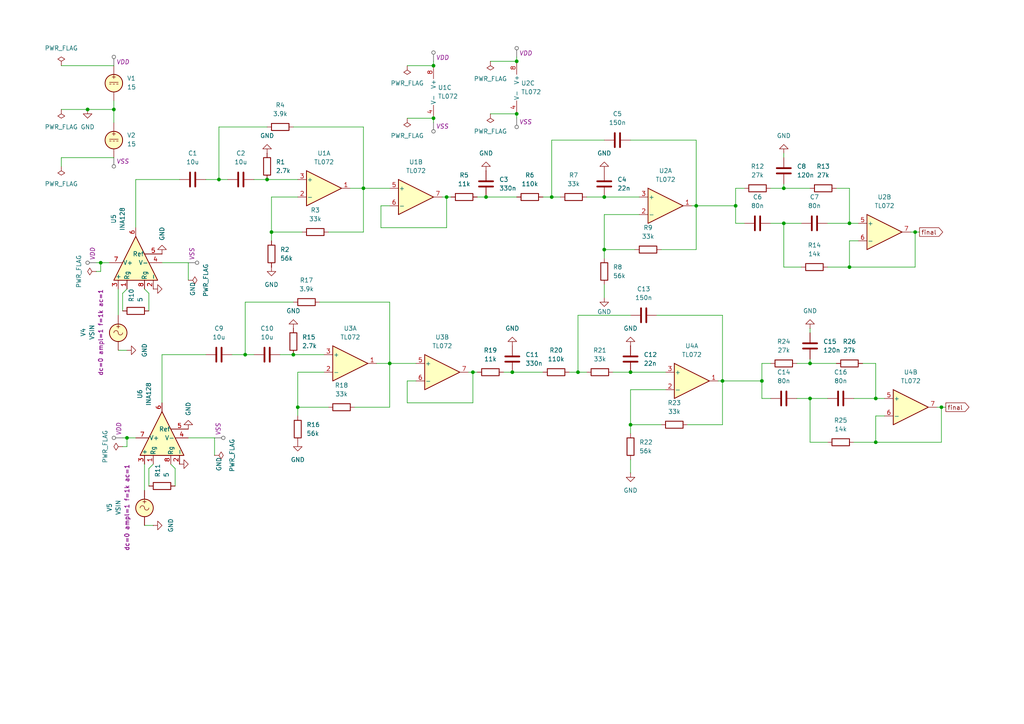
<source format=kicad_sch>
(kicad_sch (version 20250114) (generator "eeschema") (generator_version "9.0")
  (paper "A4")
  (lib_symbols
    (symbol "Amplifier_Instrumentation:INA128" (pin_names (offset 0.127))
      (property "Reference" "U" (at 3.81 3.175 0))
      (property "Value" "INA128" (at 3.81 -3.175 0))
      (symbol "INA128_0_1"
        (polyline (pts (xy 7.62 0) (xy -5.08 6.35) (xy -5.08 -6.35) (xy 7.62 0)) (stroke (width 0.254)) (fill (type background)))
      )
      (symbol "INA128_1_1"
        (pin input line (at -7.62 5.08 0) (length 2.54) (name "+") (number "3"))
        (pin passive line (at -7.62 2.54 0) (length 2.54) (name "Rg") (number "1"))
        (pin passive line (at -7.62 -2.54 0) (length 2.54) (name "Rg") (number "8"))
        (pin input line (at -7.62 -5.08 0) (length 2.54) (name "-") (number "2"))
        (pin power_in line (at 0 7.62 270) (length 3.81) (name "V+") (number "7"))
        (pin power_in line (at 0 -7.62 90) (length 3.81) (name "V-") (number "4"))
        (pin input line (at 2.54 -7.62 90) (length 5.08) (name "Ref") (number "5"))
        (pin output line (at 10.16 0 180) (length 2.54) (name "~") (number "6"))
      )
    )
    (symbol "Amplifier_Operational:TL072" (pin_names (offset 0.127))
      (property "Reference" "U" (at 0 5.08 0))
      (property "Value" "TL072" (at 0 -5.08 0))
      (symbol "TL072_1_1"
        (polyline (pts (xy -5.08 5.08) (xy 5.08 0) (xy -5.08 -5.08) (xy -5.08 5.08)) (stroke (width 0.254)) (fill (type background)))
        (pin input line (at -7.62 2.54 0) (length 2.54) (name "+") (number "3"))
        (pin input line (at -7.62 -2.54 0) (length 2.54) (name "-") (number "2"))
        (pin output line (at 7.62 0 180) (length 2.54) (name "~") (number "1"))
      )
      (symbol "TL072_2_1"
        (polyline (pts (xy -5.08 5.08) (xy 5.08 0) (xy -5.08 -5.08) (xy -5.08 5.08)) (stroke (width 0.254)) (fill (type background)))
        (pin input line (at -7.62 2.54 0) (length 2.54) (name "+") (number "5"))
        (pin input line (at -7.62 -2.54 0) (length 2.54) (name "-") (number "6"))
        (pin output line (at 7.62 0 180) (length 2.54) (name "~") (number "7"))
      )
      (symbol "TL072_3_1"
        (pin power_in line (at -2.54 7.62 270) (length 3.81) (name "V+") (number "8"))
        (pin power_in line (at -2.54 -7.62 90) (length 3.81) (name "V-") (number "4"))
      )
    )
    (symbol "Device:C" (pin_numbers (hide yes)) (pin_names (offset 0.254))
      (property "Reference" "C" (at 0.635 2.54 0))
      (property "Value" "C" (at 0.635 -2.54 0))
      (symbol "C_0_1"
        (polyline (pts (xy -2.032 0.762) (xy 2.032 0.762)) (stroke (width 0.508)))
        (polyline (pts (xy -2.032 -0.762) (xy 2.032 -0.762)) (stroke (width 0.508)))
      )
      (symbol "C_1_1"
        (pin passive line (at 0 3.81 270) (length 2.794) (name "~") (number "1"))
        (pin passive line (at 0 -3.81 90) (length 2.794) (name "~") (number "2"))
      )
    )
    (symbol "Device:R" (pin_numbers (hide yes)) (pin_names (offset 0))
      (property "Reference" "R" (at 2.032 0 90))
      (property "Value" "R" (at 0 0 90))
      (symbol "R_0_1"
        (rectangle (start -1.016 -2.54) (end 1.016 2.54) (stroke (width 0.254)))
      )
      (symbol "R_1_1"
        (pin passive line (at 0 3.81 270) (length 1.27) (name "~") (number "1"))
        (pin passive line (at 0 -3.81 90) (length 1.27) (name "~") (number "2"))
      )
    )
    (symbol "Simulation_SPICE:VDC" (pin_numbers (hide yes)) (pin_names (offset 0.0254))
      (property "Reference" "V" (at 2.54 2.54 0))
      (property "Value" "1" (at 2.54 0 0))
      (symbol "VDC_0_0"
        (polyline (pts (xy -1.27 0.254) (xy 1.27 0.254)))
        (polyline (pts (xy -0.762 -0.254) (xy -1.27 -0.254)))
        (polyline (pts (xy 0.254 -0.254) (xy -0.254 -0.254)))
        (polyline (pts (xy 1.27 -0.254) (xy 0.762 -0.254)))
        (text "+" (at 0 1.905 0) (effects (font (size 1.27 1.27))))
      )
      (symbol "VDC_0_1"
        (circle (center 0 0) (radius 2.54) (stroke (width 0.254)) (fill (type background)))
      )
      (symbol "VDC_1_1"
        (pin passive line (at 0 5.08 270) (length 2.54) (name "~") (number "1"))
        (pin passive line (at 0 -5.08 90) (length 2.54) (name "~") (number "2"))
      )
    )
    (symbol "Simulation_SPICE:VSIN" (pin_numbers (hide yes)) (pin_names (offset 0.0254))
      (property "Reference" "V" (at 2.54 2.54 0))
      (property "Value" "VSIN" (at 2.54 0 0))
      (property "Sim.Params" "dc=0 ampl=1 f=1k ac=1" (at 2.54 -2.54 0))
      (symbol "VSIN_0_0"
        (arc (start -1.27 0) (mid -0.635 0.6323) (end 0 0))
        (arc (start 1.27 0) (mid 0.635 -0.6323) (end 0 0))
        (text "+" (at 0 1.905 0) (effects (font (size 1.27 1.27))))
      )
      (symbol "VSIN_0_1"
        (circle (center 0 0) (radius 2.54) (stroke (width 0.254)) (fill (type background)))
      )
      (symbol "VSIN_1_1"
        (pin passive line (at 0 5.08 270) (length 2.54) (name "~") (number "1"))
        (pin passive line (at 0 -5.08 90) (length 2.54) (name "~") (number "2"))
      )
    )
    (symbol "power:GND" (power) (pin_numbers (hide yes)) (pin_names (offset 0) (hide yes))
      (property "Value" "GND" (at 0 -3.81 0))
      (symbol "GND_0_1"
        (polyline (pts (xy 0 0) (xy 0 -1.27) (xy 1.27 -1.27) (xy 0 -2.54) (xy -1.27 -1.27) (xy 0 -1.27)))
      )
      (symbol "GND_1_1"
        (pin power_in line (at 0 0 270) (length 0) (name "~") (number "1"))
      )
    )
    (symbol "power:PWR_FLAG" (power) (pin_numbers (hide yes)) (pin_names (offset 0) (hide yes))
      (property "Value" "PWR_FLAG" (at 0 3.81 0))
      (symbol "PWR_FLAG_0_0"
        (pin power_out line (at 0 0 90) (length 0) (name "~") (number "1"))
      )
      (symbol "PWR_FLAG_0_1"
        (polyline (pts (xy 0 0) (xy 0 1.27) (xy -1.016 1.905) (xy 0 2.54) (xy 1.016 1.905) (xy 0 1.27)))
      )
    )
  )
  (junction (at 254 128.27))
  (junction (at 149.86 33.02))
  (junction (at 254 115.57))
  (junction (at 213.36 59.69))
  (junction (at 227.33 54.61))
  (junction (at 234.95 105.41))
  (junction (at 125.73 34.29))
  (junction (at 33.02 31.75))
  (junction (at 105.41 54.61))
  (junction (at 149.86 17.78))
  (junction (at 227.33 64.77))
  (junction (at 220.98 110.49))
  (junction (at 137.16 107.95))
  (junction (at 175.26 57.15))
  (junction (at 125.73 19.05))
  (junction (at 77.47 52.07))
  (junction (at 113.03 105.41))
  (junction (at 265.43 67.31))
  (junction (at 85.09 102.87))
  (junction (at 129.54 57.15))
  (junction (at 86.36 118.11))
  (junction (at 201.93 59.69))
  (junction (at 167.64 107.95))
  (junction (at 63.5 52.07))
  (junction (at 29.21 76.2))
  (junction (at 140.97 57.15))
  (junction (at 246.38 77.47))
  (junction (at 182.88 123.19))
  (junction (at 246.38 64.77))
  (junction (at 182.88 107.95))
  (junction (at 209.55 110.49))
  (junction (at 78.74 67.31))
  (junction (at 148.59 107.95))
  (junction (at 234.95 115.57))
  (junction (at 71.12 102.87))
  (junction (at 25.4 31.75))
  (junction (at 273.05 118.11))
  (junction (at 160.02 57.15))
  (junction (at 36.83 127))
  (junction (at 175.26 72.39))
  (wire (pts (xy 59.69 52.07) (xy 63.5 52.07)))
  (wire (pts (xy 213.36 54.61) (xy 215.9 54.61)))
  (wire (pts (xy 265.43 67.31) (xy 265.43 77.47)))
  (wire (pts (xy 85.09 36.83) (xy 105.41 36.83)))
  (wire (pts (xy 33.02 35.56) (xy 33.02 31.75)))
  (wire (pts (xy 129.54 57.15) (xy 130.81 57.15)))
  (wire (pts (xy 120.65 110.49) (xy 118.11 110.49)))
  (wire (pts (xy 113.03 105.41) (xy 113.03 118.11)))
  (wire (pts (xy 41.91 142.24) (xy 41.91 134.62)))
  (wire (pts (xy 167.64 107.95) (xy 170.18 107.95)))
  (wire (pts (xy 135.89 107.95) (xy 137.16 107.95)))
  (wire (pts (xy 29.21 78.74) (xy 27.94 78.74)))
  (wire (pts (xy 246.38 69.85) (xy 246.38 77.47)))
  (wire (pts (xy 254 128.27) (xy 273.05 128.27)))
  (wire (pts (xy 190.5 91.44) (xy 209.55 91.44)))
  (wire (pts (xy 182.88 113.03) (xy 182.88 123.19)))
  (wire (pts (xy 165.1 107.95) (xy 167.64 107.95)))
  (wire (pts (xy 43.18 90.17) (xy 43.18 85.09)))
  (wire (pts (xy 246.38 77.47) (xy 265.43 77.47)))
  (wire (pts (xy 78.74 57.15) (xy 78.74 67.31)))
  (wire (pts (xy 201.93 59.69) (xy 201.93 72.39)))
  (wire (pts (xy 125.73 35.56) (xy 125.73 34.29)))
  (wire (pts (xy 208.28 110.49) (xy 209.55 110.49)))
  (wire (pts (xy 248.92 69.85) (xy 246.38 69.85)))
  (wire (pts (xy 220.98 105.41) (xy 223.52 105.41)))
  (wire (pts (xy 35.56 85.09) (xy 35.56 90.17)))
  (wire (pts (xy 250.19 105.41) (xy 254 105.41)))
  (wire (pts (xy 254 105.41) (xy 254 115.57)))
  (wire (pts (xy 43.18 135.89) (xy 43.18 140.97)))
  (wire (pts (xy 71.12 102.87) (xy 71.12 87.63)))
  (wire (pts (xy 105.41 36.83) (xy 105.41 54.61)))
  (wire (pts (xy 105.41 54.61) (xy 105.41 67.31)))
  (wire (pts (xy 220.98 115.57) (xy 220.98 110.49)))
  (wire (pts (xy 170.18 57.15) (xy 175.26 57.15)))
  (wire (pts (xy 157.48 57.15) (xy 160.02 57.15)))
  (wire (pts (xy 36.83 127) (xy 35.56 127)))
  (wire (pts (xy 248.92 64.77) (xy 246.38 64.77)))
  (wire (pts (xy 77.47 52.07) (xy 86.36 52.07)))
  (wire (pts (xy 175.26 72.39) (xy 175.26 74.93)))
  (wire (pts (xy 102.87 118.11) (xy 113.03 118.11)))
  (wire (pts (xy 50.8 135.89) (xy 49.53 134.62)))
  (wire (pts (xy 223.52 54.61) (xy 227.33 54.61)))
  (wire (pts (xy 118.11 19.05) (xy 125.73 19.05)))
  (wire (pts (xy 227.33 53.34) (xy 227.33 54.61)))
  (wire (pts (xy 34.29 101.6) (xy 36.83 101.6)))
  (wire (pts (xy 209.55 110.49) (xy 209.55 123.19)))
  (wire (pts (xy 201.93 40.64) (xy 201.93 59.69)))
  (wire (pts (xy 234.95 104.14) (xy 234.95 105.41)))
  (wire (pts (xy 213.36 59.69) (xy 213.36 54.61)))
  (wire (pts (xy 254 115.57) (xy 247.65 115.57)))
  (wire (pts (xy 175.26 62.23) (xy 175.26 72.39)))
  (wire (pts (xy 73.66 52.07) (xy 77.47 52.07)))
  (wire (pts (xy 54.61 127) (xy 62.23 127)))
  (wire (pts (xy 223.52 64.77) (xy 227.33 64.77)))
  (wire (pts (xy 148.59 107.95) (xy 157.48 107.95)))
  (wire (pts (xy 17.78 19.05) (xy 33.02 19.05)))
  (wire (pts (xy 149.86 34.29) (xy 149.86 33.02)))
  (wire (pts (xy 234.95 115.57) (xy 240.03 115.57)))
  (wire (pts (xy 118.11 116.84) (xy 137.16 116.84)))
  (wire (pts (xy 105.41 54.61) (xy 113.03 54.61)))
  (wire (pts (xy 71.12 87.63) (xy 85.09 87.63)))
  (wire (pts (xy 36.83 129.54) (xy 35.56 129.54)))
  (wire (pts (xy 256.54 115.57) (xy 254 115.57)))
  (wire (pts (xy 167.64 107.95) (xy 167.64 91.44)))
  (wire (pts (xy 62.23 132.08) (xy 62.23 127)))
  (wire (pts (xy 54.61 81.28) (xy 54.61 76.2)))
  (wire (pts (xy 234.95 95.25) (xy 234.95 96.52)))
  (wire (pts (xy 128.27 57.15) (xy 129.54 57.15)))
  (wire (pts (xy 247.65 128.27) (xy 254 128.27)))
  (wire (pts (xy 71.12 102.87) (xy 73.66 102.87)))
  (wire (pts (xy 86.36 57.15) (xy 78.74 57.15)))
  (wire (pts (xy 200.66 59.69) (xy 201.93 59.69)))
  (wire (pts (xy 137.16 107.95) (xy 138.43 107.95)))
  (wire (pts (xy 110.49 59.69) (xy 110.49 66.04)))
  (wire (pts (xy 44.45 134.62) (xy 43.18 135.89)))
  (wire (pts (xy 109.22 105.41) (xy 113.03 105.41)))
  (wire (pts (xy 142.24 17.78) (xy 149.86 17.78)))
  (wire (pts (xy 81.28 102.87) (xy 85.09 102.87)))
  (wire (pts (xy 160.02 57.15) (xy 162.56 57.15)))
  (wire (pts (xy 67.31 102.87) (xy 71.12 102.87)))
  (wire (pts (xy 209.55 91.44) (xy 209.55 110.49)))
  (wire (pts (xy 213.36 64.77) (xy 213.36 59.69)))
  (wire (pts (xy 175.26 72.39) (xy 184.15 72.39)))
  (wire (pts (xy 110.49 66.04) (xy 129.54 66.04)))
  (wire (pts (xy 43.18 85.09) (xy 41.91 83.82)))
  (wire (pts (xy 39.37 52.07) (xy 52.07 52.07)))
  (wire (pts (xy 63.5 52.07) (xy 63.5 36.83)))
  (wire (pts (xy 25.4 31.75) (xy 33.02 31.75)))
  (wire (pts (xy 227.33 64.77) (xy 227.33 77.47)))
  (wire (pts (xy 29.21 78.74) (xy 29.21 76.2)))
  (wire (pts (xy 185.42 62.23) (xy 175.26 62.23)))
  (wire (pts (xy 160.02 57.15) (xy 160.02 40.64)))
  (wire (pts (xy 86.36 107.95) (xy 86.36 118.11)))
  (wire (pts (xy 85.09 102.87) (xy 93.98 102.87)))
  (wire (pts (xy 246.38 54.61) (xy 246.38 64.77)))
  (wire (pts (xy 138.43 57.15) (xy 140.97 57.15)))
  (wire (pts (xy 140.97 57.15) (xy 149.86 57.15)))
  (wire (pts (xy 182.88 123.19) (xy 191.77 123.19)))
  (wire (pts (xy 231.14 115.57) (xy 234.95 115.57)))
  (wire (pts (xy 160.02 40.64) (xy 175.26 40.64)))
  (wire (pts (xy 46.99 76.2) (xy 54.61 76.2)))
  (wire (pts (xy 182.88 40.64) (xy 201.93 40.64)))
  (wire (pts (xy 175.26 57.15) (xy 185.42 57.15)))
  (wire (pts (xy 118.11 34.29) (xy 125.73 34.29)))
  (wire (pts (xy 191.77 72.39) (xy 201.93 72.39)))
  (wire (pts (xy 193.04 113.03) (xy 182.88 113.03)))
  (wire (pts (xy 86.36 118.11) (xy 86.36 120.65)))
  (wire (pts (xy 46.99 102.87) (xy 59.69 102.87)))
  (wire (pts (xy 182.88 107.95) (xy 193.04 107.95)))
  (wire (pts (xy 213.36 64.77) (xy 215.9 64.77)))
  (wire (pts (xy 63.5 52.07) (xy 66.04 52.07)))
  (wire (pts (xy 264.16 67.31) (xy 265.43 67.31)))
  (wire (pts (xy 227.33 77.47) (xy 232.41 77.47)))
  (wire (pts (xy 227.33 44.45) (xy 227.33 45.72)))
  (wire (pts (xy 242.57 54.61) (xy 246.38 54.61)))
  (wire (pts (xy 129.54 66.04) (xy 129.54 57.15)))
  (wire (pts (xy 146.05 107.95) (xy 148.59 107.95)))
  (wire (pts (xy 101.6 54.61) (xy 105.41 54.61)))
  (wire (pts (xy 95.25 67.31) (xy 105.41 67.31)))
  (wire (pts (xy 125.73 17.78) (xy 125.73 19.05)))
  (wire (pts (xy 254 120.65) (xy 254 128.27)))
  (wire (pts (xy 118.11 110.49) (xy 118.11 116.84)))
  (wire (pts (xy 142.24 33.02) (xy 149.86 33.02)))
  (wire (pts (xy 113.03 59.69) (xy 110.49 59.69)))
  (wire (pts (xy 246.38 64.77) (xy 240.03 64.77)))
  (wire (pts (xy 234.95 128.27) (xy 240.03 128.27)))
  (wire (pts (xy 36.83 129.54) (xy 36.83 127)))
  (wire (pts (xy 273.05 118.11) (xy 274.32 118.11)))
  (wire (pts (xy 175.26 86.36) (xy 175.26 82.55)))
  (wire (pts (xy 220.98 110.49) (xy 220.98 105.41)))
  (wire (pts (xy 234.95 105.41) (xy 242.57 105.41)))
  (wire (pts (xy 41.91 152.4) (xy 44.45 152.4)))
  (wire (pts (xy 271.78 118.11) (xy 273.05 118.11)))
  (wire (pts (xy 220.98 115.57) (xy 223.52 115.57)))
  (wire (pts (xy 36.83 83.82) (xy 35.56 85.09)))
  (wire (pts (xy 273.05 118.11) (xy 273.05 128.27)))
  (wire (pts (xy 167.64 91.44) (xy 182.88 91.44)))
  (wire (pts (xy 256.54 120.65) (xy 254 120.65)))
  (wire (pts (xy 227.33 64.77) (xy 232.41 64.77)))
  (wire (pts (xy 34.29 91.44) (xy 34.29 83.82)))
  (wire (pts (xy 17.78 45.72) (xy 17.78 48.26)))
  (wire (pts (xy 265.43 67.31) (xy 266.7 67.31)))
  (wire (pts (xy 86.36 118.11) (xy 95.25 118.11)))
  (wire (pts (xy 17.78 31.75) (xy 25.4 31.75)))
  (wire (pts (xy 177.8 107.95) (xy 182.88 107.95)))
  (wire (pts (xy 17.78 45.72) (xy 33.02 45.72)))
  (wire (pts (xy 199.39 123.19) (xy 209.55 123.19)))
  (wire (pts (xy 92.71 87.63) (xy 113.03 87.63)))
  (wire (pts (xy 78.74 67.31) (xy 78.74 69.85)))
  (wire (pts (xy 209.55 110.49) (xy 220.98 110.49)))
  (wire (pts (xy 231.14 105.41) (xy 234.95 105.41)))
  (wire (pts (xy 50.8 140.97) (xy 50.8 135.89)))
  (wire (pts (xy 234.95 115.57) (xy 234.95 128.27)))
  (wire (pts (xy 93.98 107.95) (xy 86.36 107.95)))
  (wire (pts (xy 113.03 105.41) (xy 120.65 105.41)))
  (wire (pts (xy 78.74 67.31) (xy 87.63 67.31)))
  (wire (pts (xy 182.88 123.19) (xy 182.88 125.73)))
  (wire (pts (xy 113.03 87.63) (xy 113.03 105.41)))
  (wire (pts (xy 46.99 102.87) (xy 46.99 116.84)))
  (wire (pts (xy 240.03 77.47) (xy 246.38 77.47)))
  (wire (pts (xy 182.88 137.16) (xy 182.88 133.35)))
  (wire (pts (xy 29.21 76.2) (xy 27.94 76.2)))
  (wire (pts (xy 201.93 59.69) (xy 213.36 59.69)))
  (wire (pts (xy 227.33 54.61) (xy 234.95 54.61)))
  (wire (pts (xy 39.37 52.07) (xy 39.37 66.04)))
  (wire (pts (xy 39.37 127) (xy 36.83 127)))
  (wire (pts (xy 149.86 16.51) (xy 149.86 17.78)))
  (wire (pts (xy 31.75 76.2) (xy 29.21 76.2)))
  (wire (pts (xy 33.02 31.75) (xy 33.02 29.21)))
  (wire (pts (xy 63.5 36.83) (xy 77.47 36.83)))
  (wire (pts (xy 137.16 116.84) (xy 137.16 107.95)))
  (global_label "final" (shape output) (at 274.32 118.11 0) (property "Intersheetrefs" "${INTERSHEET_REFS}" (effects (hide yes))))
  (global_label "final" (shape output) (at 266.7 67.31 0) (property "Intersheetrefs" "${INTERSHEET_REFS}" (effects (hide yes))))
  (netclass_flag "" (length 2.54) (shape round) (at 35.56 127 90) (property "Netclass" "Default" (effects (hide yes))) (property "Field" "VDD" (at 34.4805 126.3015 90) (effects (font (italic yes)) (justify left))))
  (netclass_flag "" (length 2.54) (shape round) (at 125.73 35.56 180) (property "Netclass" "Default" (effects (hide yes))) (property "Field" "VSS" (at 126.4285 36.6395 0) (effects (font (italic yes)) (justify left))))
  (netclass_flag "" (length 2.54) (shape round) (at 62.23 127 270) (property "Netclass" "Default" (effects (hide yes))) (property "Field" "VSS" (at 63.3095 126.3015 90) (effects (font (italic yes)) (justify left))))
  (netclass_flag "" (length 2.54) (shape round) (at 27.94 76.2 90) (property "Netclass" "Default" (effects (hide yes))) (property "Field" "VDD" (at 26.8605 75.5015 90) (effects (font (italic yes)) (justify left))))
  (netclass_flag "" (length 2.54) (shape round) (at 33.02 19.05 0) (property "Netclass" "Default" (effects (hide yes))) (property "Field" "VDD" (at 33.7185 17.9705 0) (effects (font (italic yes)) (justify left))))
  (netclass_flag "" (length 2.54) (shape round) (at 33.02 45.72 180) (property "Netclass" "Default" (effects (hide yes))) (property "Field" "VSS" (at 33.7185 46.7995 0) (effects (font (italic yes)) (justify left))))
  (netclass_flag "" (length 2.54) (shape round) (at 54.61 76.2 270) (property "Netclass" "Default" (effects (hide yes))) (property "Field" "VSS" (at 55.6895 75.5015 90) (effects (font (italic yes)) (justify left))))
  (netclass_flag "" (length 2.54) (shape round) (at 125.73 17.78 0) (property "Netclass" "Default" (effects (hide yes))) (property "Field" "VDD" (at 126.4285 16.7005 0) (effects (font (italic yes)) (justify left))))
  (netclass_flag "" (length 2.54) (shape round) (at 149.86 16.51 0) (property "Netclass" "Default" (effects (hide yes))) (property "Field" "VDD" (at 150.5585 15.4305 0) (effects (font (italic yes)) (justify left))))
  (netclass_flag "" (length 2.54) (shape round) (at 149.86 34.29 180) (property "Netclass" "Default" (effects (hide yes))) (property "Field" "VSS" (at 150.5585 35.3695 0) (effects (font (italic yes)) (justify left))))
  (symbol (lib_id "Amplifier_Operational:TL072") (at 256.54 67.31 0) (unit 2)
    (property "Reference" "U2" (at 256.54 57.15 0))
    (property "Value" "TL072" (at 256.54 59.69 0))
    (property "Datasheet" "http://www.ti.com/lit/ds/symlink/tl071.pdf" (effects (hide yes)))
    (property "Description" "Dual Low-Noise JFET-Input Operational Amplifiers, DIP-8/SOIC-8" (effects (hide yes)))
    (property "Sim.Library" "/Users/atharvk/Desktop/EEG_Project_V2/TL072-dual.lib" (effects (hide yes)))
    (property "Sim.Name" "TL072c" (effects (hide yes)))
    (property "Sim.Device" "SUBCKT" (effects (hide yes)))
    (property "Sim.Pins" "1=1out 2=1in- 3=1in+ 4=vcc- 5=2in+ 6=2in- 7=2out 8=vcc+" (effects (hide yes)))
  )
  (symbol (lib_id "power:PWR_FLAG") (at 17.78 31.75 180) (unit 1)
    (property "Reference" "#FLG01" (effects (hide yes)))
    (property "Value" "PWR_FLAG" (at 17.78 36.83 0))
    (property "Description" "Special symbol for telling ERC where power comes from" (effects (hide yes)))
  )
  (symbol (lib_id "Device:C") (at 148.59 104.14 0) (unit 1)
    (property "Reference" "C11" (at 152.4 102.8699 0) (effects (justify left)))
    (property "Value" "330n" (at 152.4 105.4099 0) (effects (justify left)))
    (property "Description" "Unpolarized capacitor" (effects (hide yes)))
  )
  (symbol (lib_id "Amplifier_Operational:TL072") (at 193.04 59.69 0) (unit 1)
    (property "Reference" "U2" (at 193.04 49.53 0))
    (property "Value" "TL072" (at 193.04 52.07 0))
    (property "Datasheet" "http://www.ti.com/lit/ds/symlink/tl071.pdf" (effects (hide yes)))
    (property "Description" "Dual Low-Noise JFET-Input Operational Amplifiers, DIP-8/SOIC-8" (effects (hide yes)))
    (property "Sim.Library" "/Users/atharvk/Desktop/EEG_Project_V2/TL072-dual.lib" (effects (hide yes)))
    (property "Sim.Name" "TL072c" (effects (hide yes)))
    (property "Sim.Device" "SUBCKT" (effects (hide yes)))
    (property "Sim.Pins" "1=1out 2=1in- 3=1in+ 4=vcc- 5=2in+ 6=2in- 7=2out 8=vcc+" (effects (hide yes)))
  )
  (symbol (lib_id "Simulation_SPICE:VSIN") (at 34.29 96.52 0) (unit 1)
    (property "Reference" "V4" (at 24.13 96.3902 90))
    (property "Value" "VSIN" (at 26.67 96.3902 90))
    (property "Datasheet" "https://ngspice.sourceforge.io/docs/ngspice-html-manual/manual.xhtml#sec_Independent_Sources_for" (effects (hide yes)))
    (property "Description" "Voltage source, sinusoidal" (effects (hide yes)))
    (property "Sim.Pins" "1=+ 2=-" (effects (hide yes)))
    (property "Sim.Params" "dc=0 ampl=1 f=1k ac=1" (at 29.21 96.3902 90))
    (property "Sim.Type" "SIN" (effects (hide yes)))
    (property "Sim.Device" "V" (effects (hide yes)))
  )
  (symbol (lib_id "power:GND") (at 227.33 44.45 180) (unit 1)
    (property "Reference" "#PWR010" (effects (hide yes)))
    (property "Value" "GND" (at 227.33 39.37 0))
    (property "Description" "Power symbol creates a global label with name \"GND\" , ground" (effects (hide yes)))
  )
  (symbol (lib_id "Device:C") (at 227.33 49.53 0) (unit 1)
    (property "Reference" "C8" (at 231.14 48.2599 0) (effects (justify left)))
    (property "Value" "120n" (at 231.14 50.7999 0) (effects (justify left)))
    (property "Description" "Unpolarized capacitor" (effects (hide yes)))
  )
  (symbol (lib_id "Device:R") (at 236.22 77.47 90) (unit 1)
    (property "Reference" "R14" (at 236.22 71.12 90))
    (property "Value" "14k" (at 236.22 73.66 90))
    (property "Description" "Resistor" (effects (hide yes)))
  )
  (symbol (lib_id "Device:R") (at 238.76 54.61 90) (unit 1)
    (property "Reference" "R13" (at 238.76 48.26 90))
    (property "Value" "27k" (at 238.76 50.8 90))
    (property "Description" "Resistor" (effects (hide yes)))
  )
  (symbol (lib_id "power:GND") (at 78.74 77.47 0) (unit 1)
    (property "Reference" "#PWR05" (effects (hide yes)))
    (property "Value" "GND" (at 78.74 82.55 0))
    (property "Description" "Power symbol creates a global label with name \"GND\" , ground" (effects (hide yes)))
  )
  (symbol (lib_id "Device:C") (at 182.88 104.14 0) (unit 1)
    (property "Reference" "C12" (at 186.69 102.8699 0) (effects (justify left)))
    (property "Value" "22n" (at 186.69 105.4099 0) (effects (justify left)))
    (property "Description" "Unpolarized capacitor" (effects (hide yes)))
  )
  (symbol (lib_id "Amplifier_Operational:TL072") (at 101.6 105.41 0) (unit 1)
    (property "Reference" "U3" (at 101.6 95.25 0))
    (property "Value" "TL072" (at 101.6 97.79 0))
    (property "Datasheet" "http://www.ti.com/lit/ds/symlink/tl071.pdf" (effects (hide yes)))
    (property "Description" "Dual Low-Noise JFET-Input Operational Amplifiers, DIP-8/SOIC-8" (effects (hide yes)))
    (property "Sim.Library" "/Users/atharvk/Desktop/EEG_Project_V2/TL072-dual.lib" (effects (hide yes)))
    (property "Sim.Name" "TL072c" (effects (hide yes)))
    (property "Sim.Device" "SUBCKT" (effects (hide yes)))
    (property "Sim.Pins" "1=1out 2=1in- 3=1in+ 4=vcc- 5=2in+ 6=2in- 7=2out 8=vcc+" (effects (hide yes)))
  )
  (symbol (lib_id "Device:R") (at 175.26 78.74 0) (unit 1)
    (property "Reference" "R8" (at 177.8 77.4699 0) (effects (justify left)))
    (property "Value" "56k" (at 177.8 80.0099 0) (effects (justify left)))
    (property "Description" "Resistor" (effects (hide yes)))
  )
  (symbol (lib_id "Amplifier_Instrumentation:INA128") (at 46.99 127 90) (unit 1)
    (property "Reference" "U6" (at 40.5698 114.3 0))
    (property "Value" "INA128" (at 43.1098 114.3 0))
    (property "Datasheet" "http://www.ti.com/lit/ds/symlink/ina128.pdf" (effects (hide yes)))
    (property "Description" "Precision, Low Power Instrumentation Amplifier G = 1 + 50kOhm/Rg, DIP-8/SOIC-8" (effects (hide yes)))
    (property "Sim.Library" "/Users/atharvk/Desktop/EEG_Project_V2/sbom764a/INA12x.LIB" (effects (hide yes)))
    (property "Sim.Name" "INA12x" (effects (hide yes)))
    (property "Sim.Device" "SUBCKT" (effects (hide yes)))
    (property "Sim.Pins" "1=9 2=2 3=1 4=4 5=8 6=5 7=3 8=10" (effects (hide yes)))
  )
  (symbol (lib_id "power:GND") (at 140.97 49.53 180) (unit 1)
    (property "Reference" "#PWR06" (effects (hide yes)))
    (property "Value" "GND" (at 140.97 44.45 0))
    (property "Description" "Power symbol creates a global label with name \"GND\" , ground" (effects (hide yes)))
  )
  (symbol (lib_id "Device:C") (at 243.84 115.57 90) (unit 1)
    (property "Reference" "C16" (at 243.84 107.95 90))
    (property "Value" "80n" (at 243.84 110.49 90))
    (property "Description" "Unpolarized capacitor" (effects (hide yes)))
  )
  (symbol (lib_id "Device:R") (at 85.09 99.06 0) (unit 1)
    (property "Reference" "R15" (at 87.63 97.7899 0) (effects (justify left)))
    (property "Value" "2.7k" (at 87.63 100.3299 0) (effects (justify left)))
    (property "Description" "Resistor" (effects (hide yes)))
  )
  (symbol (lib_id "Device:R") (at 246.38 105.41 90) (unit 1)
    (property "Reference" "R26" (at 246.38 99.06 90))
    (property "Value" "27k" (at 246.38 101.6 90))
    (property "Description" "Resistor" (effects (hide yes)))
  )
  (symbol (lib_id "Device:C") (at 186.69 91.44 90) (unit 1)
    (property "Reference" "C13" (at 186.69 83.82 90))
    (property "Value" "150n" (at 186.69 86.36 90))
    (property "Description" "Unpolarized capacitor" (effects (hide yes)))
  )
  (symbol (lib_id "Device:R") (at 86.36 124.46 0) (unit 1)
    (property "Reference" "R16" (at 88.9 123.1899 0) (effects (justify left)))
    (property "Value" "56k" (at 88.9 125.7299 0) (effects (justify left)))
    (property "Description" "Resistor" (effects (hide yes)))
  )
  (symbol (lib_id "Amplifier_Instrumentation:INA128") (at 39.37 76.2 90) (unit 1)
    (property "Reference" "U5" (at 32.9498 63.5 0))
    (property "Value" "INA128" (at 35.4898 63.5 0))
    (property "Datasheet" "http://www.ti.com/lit/ds/symlink/ina128.pdf" (effects (hide yes)))
    (property "Description" "Precision, Low Power Instrumentation Amplifier G = 1 + 50kOhm/Rg, DIP-8/SOIC-8" (effects (hide yes)))
    (property "Sim.Library" "/Users/atharvk/Desktop/EEG_Project_V2/sbom764a/INA12x.LIB" (effects (hide yes)))
    (property "Sim.Name" "INA12x" (effects (hide yes)))
    (property "Sim.Device" "SUBCKT" (effects (hide yes)))
    (property "Sim.Pins" "1=9 2=2 3=1 4=4 5=8 6=5 7=3 8=10" (effects (hide yes)))
  )
  (symbol (lib_id "Device:C") (at 219.71 64.77 90) (unit 1)
    (property "Reference" "C6" (at 219.71 57.15 90))
    (property "Value" "80n" (at 219.71 59.69 90))
    (property "Description" "Unpolarized capacitor" (effects (hide yes)))
  )
  (symbol (lib_id "Amplifier_Operational:TL072") (at 120.65 57.15 0) (unit 2)
    (property "Reference" "U1" (at 120.65 46.99 0))
    (property "Value" "TL072" (at 120.65 49.53 0))
    (property "Datasheet" "http://www.ti.com/lit/ds/symlink/tl071.pdf" (effects (hide yes)))
    (property "Description" "Dual Low-Noise JFET-Input Operational Amplifiers, DIP-8/SOIC-8" (effects (hide yes)))
    (property "Sim.Library" "/Users/atharvk/Desktop/EEG_Project_V2/TL072-dual.lib" (effects (hide yes)))
    (property "Sim.Name" "TL072c" (effects (hide yes)))
    (property "Sim.Device" "SUBCKT" (effects (hide yes)))
    (property "Sim.Pins" "1=1out 2=1in- 3=1in+ 4=vcc- 5=2in+ 6=2in- 7=2out 8=vcc+" (effects (hide yes)))
  )
  (symbol (lib_id "power:GND") (at 25.4 31.75 0) (unit 1)
    (property "Reference" "#PWR01" (effects (hide yes)))
    (property "Value" "GND" (at 25.4 36.83 0))
    (property "Description" "Power symbol creates a global label with name \"GND\" , ground" (effects (hide yes)))
  )
  (symbol (lib_id "Device:C") (at 55.88 52.07 90) (unit 1)
    (property "Reference" "C1" (at 55.88 44.45 90))
    (property "Value" "10u" (at 55.88 46.99 90))
    (property "Description" "Unpolarized capacitor" (effects (hide yes)))
  )
  (symbol (lib_id "power:GND") (at 148.59 100.33 180) (unit 1)
    (property "Reference" "#PWR016" (effects (hide yes)))
    (property "Value" "GND" (at 148.59 95.25 0))
    (property "Description" "Power symbol creates a global label with name \"GND\" , ground" (effects (hide yes)))
  )
  (symbol (lib_id "Amplifier_Operational:TL072") (at 264.16 118.11 0) (unit 2)
    (property "Reference" "U4" (at 264.16 107.95 0))
    (property "Value" "TL072" (at 264.16 110.49 0))
    (property "Datasheet" "http://www.ti.com/lit/ds/symlink/tl071.pdf" (effects (hide yes)))
    (property "Description" "Dual Low-Noise JFET-Input Operational Amplifiers, DIP-8/SOIC-8" (effects (hide yes)))
    (property "Sim.Library" "/Users/atharvk/Desktop/EEG_Project_V2/TL072-dual.lib" (effects (hide yes)))
    (property "Sim.Name" "TL072c" (effects (hide yes)))
    (property "Sim.Device" "SUBCKT" (effects (hide yes)))
    (property "Sim.Pins" "1=1out 2=1in- 3=1in+ 4=vcc- 5=2in+ 6=2in- 7=2out 8=vcc+" (effects (hide yes)))
  )
  (symbol (lib_id "Simulation_SPICE:VDC") (at 33.02 40.64 0) (unit 1)
    (property "Reference" "V2" (at 36.83 39.2401 0) (effects (justify left)))
    (property "Value" "15" (at 36.83 41.7801 0) (effects (justify left)))
    (property "Datasheet" "https://ngspice.sourceforge.io/docs/ngspice-html-manual/manual.xhtml#sec_Independent_Sources_for" (effects (hide yes)))
    (property "Description" "Voltage source, DC" (effects (hide yes)))
    (property "Sim.Pins" "1=+ 2=-" (effects (hide yes)))
    (property "Sim.Type" "DC" (effects (hide yes)))
    (property "Sim.Device" "V" (effects (hide yes)))
  )
  (symbol (lib_id "Device:R") (at 99.06 118.11 90) (unit 1)
    (property "Reference" "R18" (at 99.06 111.76 90))
    (property "Value" "33k" (at 99.06 114.3 90))
    (property "Description" "Resistor" (effects (hide yes)))
  )
  (symbol (lib_id "Device:R") (at 243.84 128.27 90) (unit 1)
    (property "Reference" "R25" (at 243.84 121.92 90))
    (property "Value" "14k" (at 243.84 124.46 90))
    (property "Description" "Resistor" (effects (hide yes)))
  )
  (symbol (lib_id "Simulation_SPICE:VSIN") (at 41.91 147.32 0) (unit 1)
    (property "Reference" "V5" (at 31.75 147.1902 90))
    (property "Value" "VSIN" (at 34.29 147.1902 90))
    (property "Datasheet" "https://ngspice.sourceforge.io/docs/ngspice-html-manual/manual.xhtml#sec_Independent_Sources_for" (effects (hide yes)))
    (property "Description" "Voltage source, sinusoidal" (effects (hide yes)))
    (property "Sim.Pins" "1=+ 2=-" (effects (hide yes)))
    (property "Sim.Params" "dc=0 ampl=1 f=1k ac=1" (at 36.83 147.1902 90))
    (property "Sim.Type" "SIN" (effects (hide yes)))
    (property "Sim.Device" "V" (effects (hide yes)))
  )
  (symbol (lib_id "Device:R") (at 88.9 87.63 90) (unit 1)
    (property "Reference" "R17" (at 88.9 81.28 90))
    (property "Value" "3.9k" (at 88.9 83.82 90))
    (property "Description" "Resistor" (effects (hide yes)))
  )
  (symbol (lib_id "Amplifier_Operational:TL072") (at 152.4 25.4 0) (unit 3)
    (property "Reference" "U2" (at 151.13 24.1299 0) (effects (justify left)))
    (property "Value" "TL072" (at 151.13 26.6699 0) (effects (justify left)))
    (property "Datasheet" "http://www.ti.com/lit/ds/symlink/tl071.pdf" (effects (hide yes)))
    (property "Description" "Dual Low-Noise JFET-Input Operational Amplifiers, DIP-8/SOIC-8" (effects (hide yes)))
    (property "Sim.Library" "/Users/atharvk/Desktop/EEG_Project_V2/TL072-dual.lib" (effects (hide yes)))
    (property "Sim.Name" "TL072c" (effects (hide yes)))
    (property "Sim.Device" "SUBCKT" (effects (hide yes)))
    (property "Sim.Pins" "1=1out 2=1in- 3=1in+ 4=vcc- 5=2in+ 6=2in- 7=2out 8=vcc+" (effects (hide yes)))
  )
  (symbol (lib_id "Device:R") (at 166.37 57.15 90) (unit 1)
    (property "Reference" "R7" (at 166.37 50.8 90))
    (property "Value" "33k" (at 166.37 53.34 90))
    (property "Description" "Resistor" (effects (hide yes)))
  )
  (symbol (lib_id "Device:R") (at 46.99 140.97 90) (unit 1)
    (property "Reference" "R11" (at 45.7199 138.43 0) (effects (justify left)))
    (property "Value" "5" (at 48.2599 138.43 0) (effects (justify left)))
    (property "Description" "Resistor" (effects (hide yes)))
  )
  (symbol (lib_id "Amplifier_Operational:TL072") (at 93.98 54.61 0) (unit 1)
    (property "Reference" "U1" (at 93.98 44.45 0))
    (property "Value" "TL072" (at 93.98 46.99 0))
    (property "Datasheet" "http://www.ti.com/lit/ds/symlink/tl071.pdf" (effects (hide yes)))
    (property "Description" "Dual Low-Noise JFET-Input Operational Amplifiers, DIP-8/SOIC-8" (effects (hide yes)))
    (property "Sim.Library" "/Users/atharvk/Desktop/EEG_Project_V2/TL072-dual.lib" (effects (hide yes)))
    (property "Sim.Name" "TL072c" (effects (hide yes)))
    (property "Sim.Device" "SUBCKT" (effects (hide yes)))
    (property "Sim.Pins" "1=1out 2=1in- 3=1in+ 4=vcc- 5=2in+ 6=2in- 7=2out 8=vcc+" (effects (hide yes)))
  )
  (symbol (lib_id "Amplifier_Operational:TL072") (at 128.27 107.95 0) (unit 2)
    (property "Reference" "U3" (at 128.27 97.79 0))
    (property "Value" "TL072" (at 128.27 100.33 0))
    (property "Datasheet" "http://www.ti.com/lit/ds/symlink/tl071.pdf" (effects (hide yes)))
    (property "Description" "Dual Low-Noise JFET-Input Operational Amplifiers, DIP-8/SOIC-8" (effects (hide yes)))
    (property "Sim.Library" "/Users/atharvk/Desktop/EEG_Project_V2/TL072-dual.lib" (effects (hide yes)))
    (property "Sim.Name" "TL072c" (effects (hide yes)))
    (property "Sim.Device" "SUBCKT" (effects (hide yes)))
    (property "Sim.Pins" "1=1out 2=1in- 3=1in+ 4=vcc- 5=2in+ 6=2in- 7=2out 8=vcc+" (effects (hide yes)))
  )
  (symbol (lib_id "power:GND") (at 234.95 95.25 180) (unit 1)
    (property "Reference" "#PWR019" (effects (hide yes)))
    (property "Value" "GND" (at 234.95 90.17 0))
    (property "Description" "Power symbol creates a global label with name \"GND\" , ground" (effects (hide yes)))
  )
  (symbol (lib_id "Device:R") (at 91.44 67.31 90) (unit 1)
    (property "Reference" "R3" (at 91.44 60.96 90))
    (property "Value" "33k" (at 91.44 63.5 90))
    (property "Description" "Resistor" (effects (hide yes)))
  )
  (symbol (lib_id "power:GND") (at 86.36 128.27 0) (unit 1)
    (property "Reference" "#PWR015" (effects (hide yes)))
    (property "Value" "GND" (at 86.36 133.35 0))
    (property "Description" "Power symbol creates a global label with name \"GND\" , ground" (effects (hide yes)))
  )
  (symbol (lib_id "Device:R") (at 39.37 90.17 90) (unit 1)
    (property "Reference" "R10" (at 38.0999 87.63 0) (effects (justify left)))
    (property "Value" "5" (at 40.6399 87.63 0) (effects (justify left)))
    (property "Description" "Resistor" (effects (hide yes)))
  )
  (symbol (lib_id "Device:C") (at 63.5 102.87 90) (unit 1)
    (property "Reference" "C9" (at 63.5 95.25 90))
    (property "Value" "10u" (at 63.5 97.79 90))
    (property "Description" "Unpolarized capacitor" (effects (hide yes)))
  )
  (symbol (lib_id "power:GND") (at 175.26 49.53 180) (unit 1)
    (property "Reference" "#PWR07" (effects (hide yes)))
    (property "Value" "GND" (at 175.26 44.45 0))
    (property "Description" "Power symbol creates a global label with name \"GND\" , ground" (effects (hide yes)))
  )
  (symbol (lib_id "power:PWR_FLAG") (at 62.23 132.08 270) (unit 1)
    (property "Reference" "#FLG09" (effects (hide yes)))
    (property "Value" "PWR_FLAG" (at 67.31 132.08 0))
    (property "Description" "Special symbol for telling ERC where power comes from" (effects (hide yes)))
  )
  (symbol (lib_id "Device:R") (at 173.99 107.95 90) (unit 1)
    (property "Reference" "R21" (at 173.99 101.6 90))
    (property "Value" "33k" (at 173.99 104.14 90))
    (property "Description" "Resistor" (effects (hide yes)))
  )
  (symbol (lib_id "Device:R") (at 227.33 105.41 90) (unit 1)
    (property "Reference" "R24" (at 227.33 99.06 90))
    (property "Value" "27k" (at 227.33 101.6 90))
    (property "Description" "Resistor" (effects (hide yes)))
  )
  (symbol (lib_id "power:PWR_FLAG") (at 142.24 33.02 180) (unit 1)
    (property "Reference" "#FLG08" (effects (hide yes)))
    (property "Value" "PWR_FLAG" (at 142.24 38.1 0))
    (property "Description" "Special symbol for telling ERC where power comes from" (effects (hide yes)))
  )
  (symbol (lib_id "Device:C") (at 77.47 102.87 90) (unit 1)
    (property "Reference" "C10" (at 77.47 95.25 90))
    (property "Value" "10u" (at 77.47 97.79 90))
    (property "Description" "Unpolarized capacitor" (effects (hide yes)))
  )
  (symbol (lib_id "Device:C") (at 227.33 115.57 90) (unit 1)
    (property "Reference" "C14" (at 227.33 107.95 90))
    (property "Value" "80n" (at 227.33 110.49 90))
    (property "Description" "Unpolarized capacitor" (effects (hide yes)))
  )
  (symbol (lib_id "Device:R") (at 195.58 123.19 90) (unit 1)
    (property "Reference" "R23" (at 195.58 116.84 90))
    (property "Value" "33k" (at 195.58 119.38 90))
    (property "Description" "Resistor" (effects (hide yes)))
  )
  (symbol (lib_id "Device:R") (at 182.88 129.54 0) (unit 1)
    (property "Reference" "R22" (at 185.42 128.2699 0) (effects (justify left)))
    (property "Value" "56k" (at 185.42 130.8099 0) (effects (justify left)))
    (property "Description" "Resistor" (effects (hide yes)))
  )
  (symbol (lib_id "power:PWR_FLAG") (at 118.11 19.05 180) (unit 1)
    (property "Reference" "#FLG06" (effects (hide yes)))
    (property "Value" "PWR_FLAG" (at 118.11 24.13 0))
    (property "Description" "Special symbol for telling ERC where power comes from" (effects (hide yes)))
  )
  (symbol (lib_id "Device:R") (at 81.28 36.83 90) (unit 1)
    (property "Reference" "R4" (at 81.28 30.48 90))
    (property "Value" "3.9k" (at 81.28 33.02 90))
    (property "Description" "Resistor" (effects (hide yes)))
  )
  (symbol (lib_id "power:GND") (at 182.88 137.16 0) (unit 1)
    (property "Reference" "#PWR018" (effects (hide yes)))
    (property "Value" "GND" (at 182.88 142.24 0))
    (property "Description" "Power symbol creates a global label with name \"GND\" , ground" (effects (hide yes)))
  )
  (symbol (lib_id "Device:C") (at 140.97 53.34 0) (unit 1)
    (property "Reference" "C3" (at 144.78 52.0699 0) (effects (justify left)))
    (property "Value" "330n" (at 144.78 54.6099 0) (effects (justify left)))
    (property "Description" "Unpolarized capacitor" (effects (hide yes)))
  )
  (symbol (lib_id "Device:R") (at 142.24 107.95 90) (unit 1)
    (property "Reference" "R19" (at 142.24 101.6 90))
    (property "Value" "11k" (at 142.24 104.14 90))
    (property "Description" "Resistor" (effects (hide yes)))
  )
  (symbol (lib_id "Device:C") (at 69.85 52.07 90) (unit 1)
    (property "Reference" "C2" (at 69.85 44.45 90))
    (property "Value" "10u" (at 69.85 46.99 90))
    (property "Description" "Unpolarized capacitor" (effects (hide yes)))
  )
  (symbol (lib_id "Device:R") (at 187.96 72.39 90) (unit 1)
    (property "Reference" "R9" (at 187.96 66.04 90))
    (property "Value" "33k" (at 187.96 68.58 90))
    (property "Description" "Resistor" (effects (hide yes)))
  )
  (symbol (lib_id "Device:R") (at 78.74 73.66 0) (unit 1)
    (property "Reference" "R2" (at 81.28 72.3899 0) (effects (justify left)))
    (property "Value" "56k" (at 81.28 74.9299 0) (effects (justify left)))
    (property "Description" "Resistor" (effects (hide yes)))
  )
  (symbol (lib_id "power:GND") (at 52.07 134.62 90) (unit 1)
    (property "Reference" "#PWR012" (effects (hide yes)))
    (property "Value" "GND" (at 63.5 134.62 0))
    (property "Description" "Power symbol creates a global label with name \"GND\" , ground" (effects (hide yes)))
  )
  (symbol (lib_id "Device:C") (at 234.95 100.33 0) (unit 1)
    (property "Reference" "C15" (at 238.76 99.0599 0) (effects (justify left)))
    (property "Value" "120n" (at 238.76 101.5999 0) (effects (justify left)))
    (property "Description" "Unpolarized capacitor" (effects (hide yes)))
  )
  (symbol (lib_id "Device:C") (at 175.26 53.34 0) (unit 1)
    (property "Reference" "C4" (at 179.07 52.0699 0) (effects (justify left)))
    (property "Value" "22n" (at 179.07 54.6099 0) (effects (justify left)))
    (property "Description" "Unpolarized capacitor" (effects (hide yes)))
  )
  (symbol (lib_id "power:PWR_FLAG") (at 17.78 48.26 180) (unit 1)
    (property "Reference" "#FLG02" (effects (hide yes)))
    (property "Value" "PWR_FLAG" (at 17.78 53.34 0))
    (property "Description" "Special symbol for telling ERC where power comes from" (effects (hide yes)))
  )
  (symbol (lib_id "power:GND") (at 77.47 44.45 180) (unit 1)
    (property "Reference" "#PWR04" (effects (hide yes)))
    (property "Value" "GND" (at 77.47 39.37 0))
    (property "Description" "Power symbol creates a global label with name \"GND\" , ground" (effects (hide yes)))
  )
  (symbol (lib_id "Device:R") (at 134.62 57.15 90) (unit 1)
    (property "Reference" "R5" (at 134.62 50.8 90))
    (property "Value" "11k" (at 134.62 53.34 90))
    (property "Description" "Resistor" (effects (hide yes)))
  )
  (symbol (lib_id "power:GND") (at 44.45 152.4 90) (unit 1)
    (property "Reference" "#PWR011" (effects (hide yes)))
    (property "Value" "GND" (at 49.53 152.4 0))
    (property "Description" "Power symbol creates a global label with name \"GND\" , ground" (effects (hide yes)))
  )
  (symbol (lib_id "power:PWR_FLAG") (at 142.24 17.78 180) (unit 1)
    (property "Reference" "#FLG07" (effects (hide yes)))
    (property "Value" "PWR_FLAG" (at 142.24 22.86 0))
    (property "Description" "Special symbol for telling ERC where power comes from" (effects (hide yes)))
  )
  (symbol (lib_id "Device:C") (at 236.22 64.77 90) (unit 1)
    (property "Reference" "C7" (at 236.22 57.15 90))
    (property "Value" "80n" (at 236.22 59.69 90))
    (property "Description" "Unpolarized capacitor" (effects (hide yes)))
  )
  (symbol (lib_id "power:GND") (at 44.45 83.82 90) (unit 1)
    (property "Reference" "#PWR03" (effects (hide yes)))
    (property "Value" "GND" (at 55.88 83.82 0))
    (property "Description" "Power symbol creates a global label with name \"GND\" , ground" (effects (hide yes)))
  )
  (symbol (lib_id "power:PWR_FLAG") (at 35.56 129.54 90) (unit 1)
    (property "Reference" "#FLG012" (effects (hide yes)))
    (property "Value" "PWR_FLAG" (at 30.48 129.54 0))
    (property "Description" "Special symbol for telling ERC where power comes from" (effects (hide yes)))
  )
  (symbol (lib_id "Device:C") (at 179.07 40.64 90) (unit 1)
    (property "Reference" "C5" (at 179.07 33.02 90))
    (property "Value" "150n" (at 179.07 35.56 90))
    (property "Description" "Unpolarized capacitor" (effects (hide yes)))
  )
  (symbol (lib_id "Amplifier_Operational:TL072") (at 128.27 26.67 0) (unit 3)
    (property "Reference" "U1" (at 127 25.3999 0) (effects (justify left)))
    (property "Value" "TL072" (at 127 27.9399 0) (effects (justify left)))
    (property "Datasheet" "http://www.ti.com/lit/ds/symlink/tl071.pdf" (effects (hide yes)))
    (property "Description" "Dual Low-Noise JFET-Input Operational Amplifiers, DIP-8/SOIC-8" (effects (hide yes)))
    (property "Sim.Library" "/Users/atharvk/Desktop/EEG_Project_V2/TL072-dual.lib" (effects (hide yes)))
    (property "Sim.Name" "TL072c" (effects (hide yes)))
    (property "Sim.Device" "SUBCKT" (effects (hide yes)))
    (property "Sim.Pins" "1=1out 2=1in- 3=1in+ 4=vcc- 5=2in+ 6=2in- 7=2out 8=vcc+" (effects (hide yes)))
  )
  (symbol (lib_id "Device:R") (at 77.47 48.26 0) (unit 1)
    (property "Reference" "R1" (at 80.01 46.9899 0) (effects (justify left)))
    (property "Value" "2.7k" (at 80.01 49.5299 0) (effects (justify left)))
    (property "Description" "Resistor" (effects (hide yes)))
  )
  (symbol (lib_id "power:GND") (at 54.61 124.46 180) (unit 1)
    (property "Reference" "#PWR013" (effects (hide yes)))
    (property "Value" "GND" (at 54.6099 120.65 90) (effects (justify right)))
    (property "Description" "Power symbol creates a global label with name \"GND\" , ground" (effects (hide yes)))
  )
  (symbol (lib_id "Simulation_SPICE:VDC") (at 33.02 24.13 0) (unit 1)
    (property "Reference" "V1" (at 36.83 22.7301 0) (effects (justify left)))
    (property "Value" "15" (at 36.83 25.2701 0) (effects (justify left)))
    (property "Datasheet" "https://ngspice.sourceforge.io/docs/ngspice-html-manual/manual.xhtml#sec_Independent_Sources_for" (effects (hide yes)))
    (property "Description" "Voltage source, DC" (effects (hide yes)))
    (property "Sim.Pins" "1=+ 2=-" (effects (hide yes)))
    (property "Sim.Type" "DC" (effects (hide yes)))
    (property "Sim.Device" "V" (effects (hide yes)))
  )
  (symbol (lib_id "power:PWR_FLAG") (at 54.61 81.28 270) (unit 1)
    (property "Reference" "#FLG04" (effects (hide yes)))
    (property "Value" "PWR_FLAG" (at 59.69 81.28 0))
    (property "Description" "Special symbol for telling ERC where power comes from" (effects (hide yes)))
  )
  (symbol (lib_id "power:PWR_FLAG") (at 27.94 78.74 90) (unit 1)
    (property "Reference" "#FLG011" (effects (hide yes)))
    (property "Value" "PWR_FLAG" (at 22.86 78.74 0))
    (property "Description" "Special symbol for telling ERC where power comes from" (effects (hide yes)))
  )
  (symbol (lib_id "Device:R") (at 153.67 57.15 90) (unit 1)
    (property "Reference" "R6" (at 153.67 50.8 90))
    (property "Value" "110k" (at 153.67 53.34 90))
    (property "Description" "Resistor" (effects (hide yes)))
  )
  (symbol (lib_id "power:GND") (at 85.09 95.25 180) (unit 1)
    (property "Reference" "#PWR014" (effects (hide yes)))
    (property "Value" "GND" (at 85.09 90.17 0))
    (property "Description" "Power symbol creates a global label with name \"GND\" , ground" (effects (hide yes)))
  )
  (symbol (lib_id "power:PWR_FLAG") (at 17.78 19.05 0) (unit 1)
    (property "Reference" "#FLG03" (effects (hide yes)))
    (property "Value" "PWR_FLAG" (at 17.78 13.97 0))
    (property "Description" "Special symbol for telling ERC where power comes from" (effects (hide yes)))
  )
  (symbol (lib_id "Amplifier_Operational:TL072") (at 200.66 110.49 0) (unit 1)
    (property "Reference" "U4" (at 200.66 100.33 0))
    (property "Value" "TL072" (at 200.66 102.87 0))
    (property "Datasheet" "http://www.ti.com/lit/ds/symlink/tl071.pdf" (effects (hide yes)))
    (property "Description" "Dual Low-Noise JFET-Input Operational Amplifiers, DIP-8/SOIC-8" (effects (hide yes)))
    (property "Sim.Library" "/Users/atharvk/Desktop/EEG_Project_V2/TL072-dual.lib" (effects (hide yes)))
    (property "Sim.Name" "TL072c" (effects (hide yes)))
    (property "Sim.Device" "SUBCKT" (effects (hide yes)))
    (property "Sim.Pins" "1=1out 2=1in- 3=1in+ 4=vcc- 5=2in+ 6=2in- 7=2out 8=vcc+" (effects (hide yes)))
  )
  (symbol (lib_id "Device:R") (at 219.71 54.61 90) (unit 1)
    (property "Reference" "R12" (at 219.71 48.26 90))
    (property "Value" "27k" (at 219.71 50.8 90))
    (property "Description" "Resistor" (effects (hide yes)))
  )
  (symbol (lib_id "Device:R") (at 161.29 107.95 90) (unit 1)
    (property "Reference" "R20" (at 161.29 101.6 90))
    (property "Value" "110k" (at 161.29 104.14 90))
    (property "Description" "Resistor" (effects (hide yes)))
  )
  (symbol (lib_id "power:PWR_FLAG") (at 118.11 34.29 180) (unit 1)
    (property "Reference" "#FLG05" (effects (hide yes)))
    (property "Value" "PWR_FLAG" (at 118.11 39.37 0))
    (property "Description" "Special symbol for telling ERC where power comes from" (effects (hide yes)))
  )
  (symbol (lib_id "power:GND") (at 175.26 86.36 0) (unit 1)
    (property "Reference" "#PWR08" (effects (hide yes)))
    (property "Value" "GND" (at 175.26 90.424 0))
    (property "Description" "Power symbol creates a global label with name \"GND\" , ground" (effects (hide yes)))
  )
  (symbol (lib_id "power:GND") (at 182.88 100.33 180) (unit 1)
    (property "Reference" "#PWR017" (effects (hide yes)))
    (property "Value" "GND" (at 182.88 95.25 0))
    (property "Description" "Power symbol creates a global label with name \"GND\" , ground" (effects (hide yes)))
  )
  (symbol (lib_id "power:GND") (at 46.99 73.66 180) (unit 1)
    (property "Reference" "#PWR02" (effects (hide yes)))
    (property "Value" "GND" (at 46.9899 69.85 90) (effects (justify right)))
    (property "Description" "Power symbol creates a global label with name \"GND\" , ground" (effects (hide yes)))
  )
  (symbol (lib_id "power:GND") (at 36.83 101.6 90) (unit 1)
    (property "Reference" "#PWR09" (effects (hide yes)))
    (property "Value" "GND" (at 41.91 101.6 0))
    (property "Description" "Power symbol creates a global label with name \"GND\" , ground" (effects (hide yes)))
  )
)
</source>
